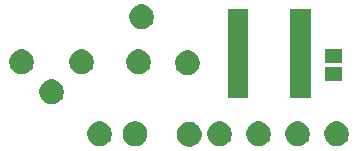
<source format=gbr>
G04 #@! TF.GenerationSoftware,KiCad,Pcbnew,(5.1.5-0-10_14)*
G04 #@! TF.CreationDate,2021-11-24T22:20:16+00:00*
G04 #@! TF.ProjectId,throwie,7468726f-7769-4652-9e6b-696361645f70,rev?*
G04 #@! TF.SameCoordinates,Original*
G04 #@! TF.FileFunction,Soldermask,Top*
G04 #@! TF.FilePolarity,Negative*
%FSLAX46Y46*%
G04 Gerber Fmt 4.6, Leading zero omitted, Abs format (unit mm)*
G04 Created by KiCad (PCBNEW (5.1.5-0-10_14)) date 2021-11-24 22:20:16*
%MOMM*%
%LPD*%
G04 APERTURE LIST*
%ADD10C,0.100000*%
G04 APERTURE END LIST*
D10*
G36*
X40168387Y-160073029D02*
G01*
X40359656Y-160152255D01*
X40359658Y-160152256D01*
X40460498Y-160219635D01*
X40531796Y-160267275D01*
X40678188Y-160413667D01*
X40793208Y-160585807D01*
X40872434Y-160777076D01*
X40912823Y-160980124D01*
X40912823Y-161187156D01*
X40872434Y-161390204D01*
X40812941Y-161533833D01*
X40793207Y-161581475D01*
X40678188Y-161753613D01*
X40531796Y-161900005D01*
X40359658Y-162015024D01*
X40359657Y-162015025D01*
X40359656Y-162015025D01*
X40168387Y-162094251D01*
X39965339Y-162134640D01*
X39758307Y-162134640D01*
X39555259Y-162094251D01*
X39363990Y-162015025D01*
X39363989Y-162015025D01*
X39363988Y-162015024D01*
X39191850Y-161900005D01*
X39045458Y-161753613D01*
X38930439Y-161581475D01*
X38910705Y-161533833D01*
X38851212Y-161390204D01*
X38810823Y-161187156D01*
X38810823Y-160980124D01*
X38851212Y-160777076D01*
X38930438Y-160585807D01*
X39045458Y-160413667D01*
X39191850Y-160267275D01*
X39263148Y-160219635D01*
X39363988Y-160152256D01*
X39363990Y-160152255D01*
X39555259Y-160073029D01*
X39758307Y-160032640D01*
X39965339Y-160032640D01*
X40168387Y-160073029D01*
G37*
G36*
X52630564Y-160025389D02*
G01*
X52821833Y-160104615D01*
X52821835Y-160104616D01*
X52893133Y-160152256D01*
X52993973Y-160219635D01*
X53140365Y-160366027D01*
X53255385Y-160538167D01*
X53334611Y-160729436D01*
X53375000Y-160932484D01*
X53375000Y-161139516D01*
X53334611Y-161342564D01*
X53255385Y-161533833D01*
X53255384Y-161533835D01*
X53140365Y-161705973D01*
X52993973Y-161852365D01*
X52821835Y-161967384D01*
X52821834Y-161967385D01*
X52821833Y-161967385D01*
X52630564Y-162046611D01*
X52427516Y-162087000D01*
X52220484Y-162087000D01*
X52017436Y-162046611D01*
X51826167Y-161967385D01*
X51826166Y-161967385D01*
X51826165Y-161967384D01*
X51654027Y-161852365D01*
X51507635Y-161705973D01*
X51392616Y-161533835D01*
X51392615Y-161533833D01*
X51313389Y-161342564D01*
X51273000Y-161139516D01*
X51273000Y-160932484D01*
X51313389Y-160729436D01*
X51392615Y-160538167D01*
X51507635Y-160366027D01*
X51654027Y-160219635D01*
X51754867Y-160152256D01*
X51826165Y-160104616D01*
X51826167Y-160104615D01*
X52017436Y-160025389D01*
X52220484Y-159985000D01*
X52427516Y-159985000D01*
X52630564Y-160025389D01*
G37*
G36*
X49328564Y-160025389D02*
G01*
X49519833Y-160104615D01*
X49519835Y-160104616D01*
X49591133Y-160152256D01*
X49691973Y-160219635D01*
X49838365Y-160366027D01*
X49953385Y-160538167D01*
X50032611Y-160729436D01*
X50073000Y-160932484D01*
X50073000Y-161139516D01*
X50032611Y-161342564D01*
X49953385Y-161533833D01*
X49953384Y-161533835D01*
X49838365Y-161705973D01*
X49691973Y-161852365D01*
X49519835Y-161967384D01*
X49519834Y-161967385D01*
X49519833Y-161967385D01*
X49328564Y-162046611D01*
X49125516Y-162087000D01*
X48918484Y-162087000D01*
X48715436Y-162046611D01*
X48524167Y-161967385D01*
X48524166Y-161967385D01*
X48524165Y-161967384D01*
X48352027Y-161852365D01*
X48205635Y-161705973D01*
X48090616Y-161533835D01*
X48090615Y-161533833D01*
X48011389Y-161342564D01*
X47971000Y-161139516D01*
X47971000Y-160932484D01*
X48011389Y-160729436D01*
X48090615Y-160538167D01*
X48205635Y-160366027D01*
X48352027Y-160219635D01*
X48452867Y-160152256D01*
X48524165Y-160104616D01*
X48524167Y-160104615D01*
X48715436Y-160025389D01*
X48918484Y-159985000D01*
X49125516Y-159985000D01*
X49328564Y-160025389D01*
G37*
G36*
X46026564Y-160025389D02*
G01*
X46217833Y-160104615D01*
X46217835Y-160104616D01*
X46289133Y-160152256D01*
X46389973Y-160219635D01*
X46536365Y-160366027D01*
X46651385Y-160538167D01*
X46730611Y-160729436D01*
X46771000Y-160932484D01*
X46771000Y-161139516D01*
X46730611Y-161342564D01*
X46651385Y-161533833D01*
X46651384Y-161533835D01*
X46536365Y-161705973D01*
X46389973Y-161852365D01*
X46217835Y-161967384D01*
X46217834Y-161967385D01*
X46217833Y-161967385D01*
X46026564Y-162046611D01*
X45823516Y-162087000D01*
X45616484Y-162087000D01*
X45413436Y-162046611D01*
X45222167Y-161967385D01*
X45222166Y-161967385D01*
X45222165Y-161967384D01*
X45050027Y-161852365D01*
X44903635Y-161705973D01*
X44788616Y-161533835D01*
X44788615Y-161533833D01*
X44709389Y-161342564D01*
X44669000Y-161139516D01*
X44669000Y-160932484D01*
X44709389Y-160729436D01*
X44788615Y-160538167D01*
X44903635Y-160366027D01*
X45050027Y-160219635D01*
X45150867Y-160152256D01*
X45222165Y-160104616D01*
X45222167Y-160104615D01*
X45413436Y-160025389D01*
X45616484Y-159985000D01*
X45823516Y-159985000D01*
X46026564Y-160025389D01*
G37*
G36*
X42724564Y-160025389D02*
G01*
X42915833Y-160104615D01*
X42915835Y-160104616D01*
X42987133Y-160152256D01*
X43087973Y-160219635D01*
X43234365Y-160366027D01*
X43349385Y-160538167D01*
X43428611Y-160729436D01*
X43469000Y-160932484D01*
X43469000Y-161139516D01*
X43428611Y-161342564D01*
X43349385Y-161533833D01*
X43349384Y-161533835D01*
X43234365Y-161705973D01*
X43087973Y-161852365D01*
X42915835Y-161967384D01*
X42915834Y-161967385D01*
X42915833Y-161967385D01*
X42724564Y-162046611D01*
X42521516Y-162087000D01*
X42314484Y-162087000D01*
X42111436Y-162046611D01*
X41920167Y-161967385D01*
X41920166Y-161967385D01*
X41920165Y-161967384D01*
X41748027Y-161852365D01*
X41601635Y-161705973D01*
X41486616Y-161533835D01*
X41486615Y-161533833D01*
X41407389Y-161342564D01*
X41367000Y-161139516D01*
X41367000Y-160932484D01*
X41407389Y-160729436D01*
X41486615Y-160538167D01*
X41601635Y-160366027D01*
X41748027Y-160219635D01*
X41848867Y-160152256D01*
X41920165Y-160104616D01*
X41920167Y-160104615D01*
X42111436Y-160025389D01*
X42314484Y-159985000D01*
X42521516Y-159985000D01*
X42724564Y-160025389D01*
G37*
G36*
X35564564Y-160025389D02*
G01*
X35755833Y-160104615D01*
X35755835Y-160104616D01*
X35827133Y-160152256D01*
X35927973Y-160219635D01*
X36074365Y-160366027D01*
X36189385Y-160538167D01*
X36268611Y-160729436D01*
X36309000Y-160932484D01*
X36309000Y-161139516D01*
X36268611Y-161342564D01*
X36189385Y-161533833D01*
X36189384Y-161533835D01*
X36074365Y-161705973D01*
X35927973Y-161852365D01*
X35755835Y-161967384D01*
X35755834Y-161967385D01*
X35755833Y-161967385D01*
X35564564Y-162046611D01*
X35361516Y-162087000D01*
X35154484Y-162087000D01*
X34951436Y-162046611D01*
X34760167Y-161967385D01*
X34760166Y-161967385D01*
X34760165Y-161967384D01*
X34588027Y-161852365D01*
X34441635Y-161705973D01*
X34326616Y-161533835D01*
X34326615Y-161533833D01*
X34247389Y-161342564D01*
X34207000Y-161139516D01*
X34207000Y-160932484D01*
X34247389Y-160729436D01*
X34326615Y-160538167D01*
X34441635Y-160366027D01*
X34588027Y-160219635D01*
X34688867Y-160152256D01*
X34760165Y-160104616D01*
X34760167Y-160104615D01*
X34951436Y-160025389D01*
X35154484Y-159985000D01*
X35361516Y-159985000D01*
X35564564Y-160025389D01*
G37*
G36*
X32564564Y-160025389D02*
G01*
X32755833Y-160104615D01*
X32755835Y-160104616D01*
X32827133Y-160152256D01*
X32927973Y-160219635D01*
X33074365Y-160366027D01*
X33189385Y-160538167D01*
X33268611Y-160729436D01*
X33309000Y-160932484D01*
X33309000Y-161139516D01*
X33268611Y-161342564D01*
X33189385Y-161533833D01*
X33189384Y-161533835D01*
X33074365Y-161705973D01*
X32927973Y-161852365D01*
X32755835Y-161967384D01*
X32755834Y-161967385D01*
X32755833Y-161967385D01*
X32564564Y-162046611D01*
X32361516Y-162087000D01*
X32154484Y-162087000D01*
X31951436Y-162046611D01*
X31760167Y-161967385D01*
X31760166Y-161967385D01*
X31760165Y-161967384D01*
X31588027Y-161852365D01*
X31441635Y-161705973D01*
X31326616Y-161533835D01*
X31326615Y-161533833D01*
X31247389Y-161342564D01*
X31207000Y-161139516D01*
X31207000Y-160932484D01*
X31247389Y-160729436D01*
X31326615Y-160538167D01*
X31441635Y-160366027D01*
X31588027Y-160219635D01*
X31688867Y-160152256D01*
X31760165Y-160104616D01*
X31760167Y-160104615D01*
X31951436Y-160025389D01*
X32154484Y-159985000D01*
X32361516Y-159985000D01*
X32564564Y-160025389D01*
G37*
G36*
X28500564Y-156469389D02*
G01*
X28691833Y-156548615D01*
X28691835Y-156548616D01*
X28863973Y-156663635D01*
X29010365Y-156810027D01*
X29125385Y-156982167D01*
X29204611Y-157173436D01*
X29245000Y-157376484D01*
X29245000Y-157583516D01*
X29204611Y-157786564D01*
X29125385Y-157977833D01*
X29125384Y-157977835D01*
X29010365Y-158149973D01*
X28863973Y-158296365D01*
X28691835Y-158411384D01*
X28691834Y-158411385D01*
X28691833Y-158411385D01*
X28500564Y-158490611D01*
X28297516Y-158531000D01*
X28090484Y-158531000D01*
X27887436Y-158490611D01*
X27696167Y-158411385D01*
X27696166Y-158411385D01*
X27696165Y-158411384D01*
X27524027Y-158296365D01*
X27377635Y-158149973D01*
X27262616Y-157977835D01*
X27262615Y-157977833D01*
X27183389Y-157786564D01*
X27143000Y-157583516D01*
X27143000Y-157376484D01*
X27183389Y-157173436D01*
X27262615Y-156982167D01*
X27377635Y-156810027D01*
X27524027Y-156663635D01*
X27696165Y-156548616D01*
X27696167Y-156548615D01*
X27887436Y-156469389D01*
X28090484Y-156429000D01*
X28297516Y-156429000D01*
X28500564Y-156469389D01*
G37*
G36*
X50127000Y-157985000D02*
G01*
X48425000Y-157985000D01*
X48425000Y-150498000D01*
X50127000Y-150498000D01*
X50127000Y-157985000D01*
G37*
G36*
X44827000Y-157985000D02*
G01*
X43125000Y-157985000D01*
X43125000Y-150483000D01*
X44827000Y-150483000D01*
X44827000Y-157985000D01*
G37*
G36*
X52771000Y-156557000D02*
G01*
X51369000Y-156557000D01*
X51369000Y-155355000D01*
X52771000Y-155355000D01*
X52771000Y-156557000D01*
G37*
G36*
X40009651Y-154008476D02*
G01*
X40200920Y-154087702D01*
X40200922Y-154087703D01*
X40254698Y-154123635D01*
X40373060Y-154202722D01*
X40519452Y-154349114D01*
X40634472Y-154521254D01*
X40713698Y-154712523D01*
X40754087Y-154915571D01*
X40754087Y-155122603D01*
X40713698Y-155325651D01*
X40667230Y-155437835D01*
X40634471Y-155516922D01*
X40519452Y-155689060D01*
X40373060Y-155835452D01*
X40200922Y-155950471D01*
X40200921Y-155950472D01*
X40200920Y-155950472D01*
X40009651Y-156029698D01*
X39806603Y-156070087D01*
X39599571Y-156070087D01*
X39396523Y-156029698D01*
X39205254Y-155950472D01*
X39205253Y-155950472D01*
X39205252Y-155950471D01*
X39033114Y-155835452D01*
X38886722Y-155689060D01*
X38771703Y-155516922D01*
X38738944Y-155437835D01*
X38692476Y-155325651D01*
X38652087Y-155122603D01*
X38652087Y-154915571D01*
X38692476Y-154712523D01*
X38771702Y-154521254D01*
X38886722Y-154349114D01*
X39033114Y-154202722D01*
X39151476Y-154123635D01*
X39205252Y-154087703D01*
X39205254Y-154087702D01*
X39396523Y-154008476D01*
X39599571Y-153968087D01*
X39806603Y-153968087D01*
X40009651Y-154008476D01*
G37*
G36*
X35866564Y-153929389D02*
G01*
X36057833Y-154008615D01*
X36057835Y-154008616D01*
X36176195Y-154087702D01*
X36229973Y-154123635D01*
X36376365Y-154270027D01*
X36491385Y-154442167D01*
X36570611Y-154633436D01*
X36611000Y-154836484D01*
X36611000Y-155043516D01*
X36570611Y-155246564D01*
X36525695Y-155355000D01*
X36491384Y-155437835D01*
X36376365Y-155609973D01*
X36229973Y-155756365D01*
X36057835Y-155871384D01*
X36057834Y-155871385D01*
X36057833Y-155871385D01*
X35866564Y-155950611D01*
X35663516Y-155991000D01*
X35456484Y-155991000D01*
X35253436Y-155950611D01*
X35062167Y-155871385D01*
X35062166Y-155871385D01*
X35062165Y-155871384D01*
X34890027Y-155756365D01*
X34743635Y-155609973D01*
X34628616Y-155437835D01*
X34594305Y-155355000D01*
X34549389Y-155246564D01*
X34509000Y-155043516D01*
X34509000Y-154836484D01*
X34549389Y-154633436D01*
X34628615Y-154442167D01*
X34743635Y-154270027D01*
X34890027Y-154123635D01*
X34943805Y-154087702D01*
X35062165Y-154008616D01*
X35062167Y-154008615D01*
X35253436Y-153929389D01*
X35456484Y-153889000D01*
X35663516Y-153889000D01*
X35866564Y-153929389D01*
G37*
G36*
X31040564Y-153929389D02*
G01*
X31231833Y-154008615D01*
X31231835Y-154008616D01*
X31350195Y-154087702D01*
X31403973Y-154123635D01*
X31550365Y-154270027D01*
X31665385Y-154442167D01*
X31744611Y-154633436D01*
X31785000Y-154836484D01*
X31785000Y-155043516D01*
X31744611Y-155246564D01*
X31699695Y-155355000D01*
X31665384Y-155437835D01*
X31550365Y-155609973D01*
X31403973Y-155756365D01*
X31231835Y-155871384D01*
X31231834Y-155871385D01*
X31231833Y-155871385D01*
X31040564Y-155950611D01*
X30837516Y-155991000D01*
X30630484Y-155991000D01*
X30427436Y-155950611D01*
X30236167Y-155871385D01*
X30236166Y-155871385D01*
X30236165Y-155871384D01*
X30064027Y-155756365D01*
X29917635Y-155609973D01*
X29802616Y-155437835D01*
X29768305Y-155355000D01*
X29723389Y-155246564D01*
X29683000Y-155043516D01*
X29683000Y-154836484D01*
X29723389Y-154633436D01*
X29802615Y-154442167D01*
X29917635Y-154270027D01*
X30064027Y-154123635D01*
X30117805Y-154087702D01*
X30236165Y-154008616D01*
X30236167Y-154008615D01*
X30427436Y-153929389D01*
X30630484Y-153889000D01*
X30837516Y-153889000D01*
X31040564Y-153929389D01*
G37*
G36*
X25960564Y-153929389D02*
G01*
X26151833Y-154008615D01*
X26151835Y-154008616D01*
X26270195Y-154087702D01*
X26323973Y-154123635D01*
X26470365Y-154270027D01*
X26585385Y-154442167D01*
X26664611Y-154633436D01*
X26705000Y-154836484D01*
X26705000Y-155043516D01*
X26664611Y-155246564D01*
X26619695Y-155355000D01*
X26585384Y-155437835D01*
X26470365Y-155609973D01*
X26323973Y-155756365D01*
X26151835Y-155871384D01*
X26151834Y-155871385D01*
X26151833Y-155871385D01*
X25960564Y-155950611D01*
X25757516Y-155991000D01*
X25550484Y-155991000D01*
X25347436Y-155950611D01*
X25156167Y-155871385D01*
X25156166Y-155871385D01*
X25156165Y-155871384D01*
X24984027Y-155756365D01*
X24837635Y-155609973D01*
X24722616Y-155437835D01*
X24688305Y-155355000D01*
X24643389Y-155246564D01*
X24603000Y-155043516D01*
X24603000Y-154836484D01*
X24643389Y-154633436D01*
X24722615Y-154442167D01*
X24837635Y-154270027D01*
X24984027Y-154123635D01*
X25037805Y-154087702D01*
X25156165Y-154008616D01*
X25156167Y-154008615D01*
X25347436Y-153929389D01*
X25550484Y-153889000D01*
X25757516Y-153889000D01*
X25960564Y-153929389D01*
G37*
G36*
X52771000Y-155057000D02*
G01*
X51369000Y-155057000D01*
X51369000Y-153855000D01*
X52771000Y-153855000D01*
X52771000Y-155057000D01*
G37*
G36*
X36120564Y-150119389D02*
G01*
X36311833Y-150198615D01*
X36311835Y-150198616D01*
X36483973Y-150313635D01*
X36630365Y-150460027D01*
X36745385Y-150632167D01*
X36824611Y-150823436D01*
X36865000Y-151026484D01*
X36865000Y-151233516D01*
X36824611Y-151436564D01*
X36745385Y-151627833D01*
X36745384Y-151627835D01*
X36630365Y-151799973D01*
X36483973Y-151946365D01*
X36311835Y-152061384D01*
X36311834Y-152061385D01*
X36311833Y-152061385D01*
X36120564Y-152140611D01*
X35917516Y-152181000D01*
X35710484Y-152181000D01*
X35507436Y-152140611D01*
X35316167Y-152061385D01*
X35316166Y-152061385D01*
X35316165Y-152061384D01*
X35144027Y-151946365D01*
X34997635Y-151799973D01*
X34882616Y-151627835D01*
X34882615Y-151627833D01*
X34803389Y-151436564D01*
X34763000Y-151233516D01*
X34763000Y-151026484D01*
X34803389Y-150823436D01*
X34882615Y-150632167D01*
X34997635Y-150460027D01*
X35144027Y-150313635D01*
X35316165Y-150198616D01*
X35316167Y-150198615D01*
X35507436Y-150119389D01*
X35710484Y-150079000D01*
X35917516Y-150079000D01*
X36120564Y-150119389D01*
G37*
M02*

</source>
